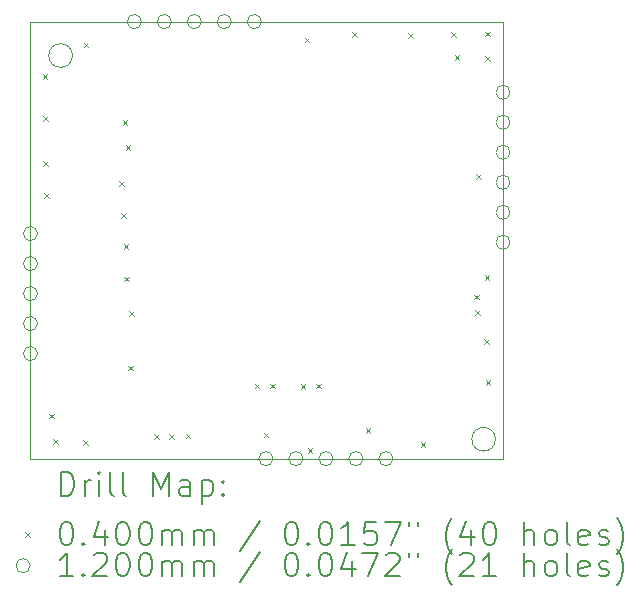
<source format=gbr>
%TF.GenerationSoftware,KiCad,Pcbnew,8.0.0-rc1*%
%TF.CreationDate,2024-10-05T12:40:11+03:00*%
%TF.ProjectId,EC25_module,45433235-5f6d-46f6-9475-6c652e6b6963,rev?*%
%TF.SameCoordinates,Original*%
%TF.FileFunction,Drillmap*%
%TF.FilePolarity,Positive*%
%FSLAX45Y45*%
G04 Gerber Fmt 4.5, Leading zero omitted, Abs format (unit mm)*
G04 Created by KiCad (PCBNEW 8.0.0-rc1) date 2024-10-05 12:40:11*
%MOMM*%
%LPD*%
G01*
G04 APERTURE LIST*
%ADD10C,0.100000*%
%ADD11C,0.050000*%
%ADD12C,0.200000*%
%ADD13C,0.120000*%
G04 APERTURE END LIST*
D10*
X14575000Y-11286000D02*
G75*
G02*
X14375000Y-11286000I-100000J0D01*
G01*
X14375000Y-11286000D02*
G75*
G02*
X14575000Y-11286000I100000J0D01*
G01*
X10993520Y-8037000D02*
G75*
G02*
X10793520Y-8037000I-100000J0D01*
G01*
X10793520Y-8037000D02*
G75*
G02*
X10993520Y-8037000I100000J0D01*
G01*
D11*
X14639000Y-11450000D02*
X10638000Y-11450000D01*
X10638000Y-7750000D02*
X14639000Y-7750000D01*
X14639000Y-7750000D02*
X14639000Y-11450000D01*
X10638000Y-11450000D02*
X10638000Y-7750000D01*
D12*
D10*
X10741000Y-8192000D02*
X10781000Y-8232000D01*
X10781000Y-8192000D02*
X10741000Y-8232000D01*
X10745000Y-8553000D02*
X10785000Y-8593000D01*
X10785000Y-8553000D02*
X10745000Y-8593000D01*
X10745000Y-8930000D02*
X10785000Y-8970000D01*
X10785000Y-8930000D02*
X10745000Y-8970000D01*
X10756000Y-9205000D02*
X10796000Y-9245000D01*
X10796000Y-9205000D02*
X10756000Y-9245000D01*
X10797000Y-11070000D02*
X10837000Y-11110000D01*
X10837000Y-11070000D02*
X10797000Y-11110000D01*
X10831000Y-11284000D02*
X10871000Y-11324000D01*
X10871000Y-11284000D02*
X10831000Y-11324000D01*
X11084000Y-11292000D02*
X11124000Y-11332000D01*
X11124000Y-11292000D02*
X11084000Y-11332000D01*
X11088000Y-7928000D02*
X11128000Y-7968000D01*
X11128000Y-7928000D02*
X11088000Y-7968000D01*
X11389000Y-9099000D02*
X11429000Y-9139000D01*
X11429000Y-9099000D02*
X11389000Y-9139000D01*
X11404000Y-9371000D02*
X11444000Y-9411000D01*
X11444000Y-9371000D02*
X11404000Y-9411000D01*
X11419000Y-8587000D02*
X11459000Y-8627000D01*
X11459000Y-8587000D02*
X11419000Y-8627000D01*
X11427000Y-9634000D02*
X11467000Y-9674000D01*
X11467000Y-9634000D02*
X11427000Y-9674000D01*
X11434000Y-9909000D02*
X11474000Y-9949000D01*
X11474000Y-9909000D02*
X11434000Y-9949000D01*
X11445000Y-8798000D02*
X11485000Y-8838000D01*
X11485000Y-8798000D02*
X11445000Y-8838000D01*
X11464000Y-10663000D02*
X11504000Y-10703000D01*
X11504000Y-10663000D02*
X11464000Y-10703000D01*
X11476000Y-10199000D02*
X11516000Y-10239000D01*
X11516000Y-10199000D02*
X11476000Y-10239000D01*
X11686000Y-11241000D02*
X11726000Y-11281000D01*
X11726000Y-11241000D02*
X11686000Y-11281000D01*
X11813000Y-11241000D02*
X11853000Y-11281000D01*
X11853000Y-11241000D02*
X11813000Y-11281000D01*
X11952000Y-11239000D02*
X11992000Y-11279000D01*
X11992000Y-11239000D02*
X11952000Y-11279000D01*
X12537000Y-10814000D02*
X12577000Y-10854000D01*
X12577000Y-10814000D02*
X12537000Y-10854000D01*
X12612000Y-11230000D02*
X12652000Y-11270000D01*
X12652000Y-11230000D02*
X12612000Y-11270000D01*
X12665000Y-10814000D02*
X12705000Y-10854000D01*
X12705000Y-10814000D02*
X12665000Y-10854000D01*
X12926000Y-10818000D02*
X12966000Y-10858000D01*
X12966000Y-10818000D02*
X12926000Y-10858000D01*
X12960000Y-7886000D02*
X13000000Y-7926000D01*
X13000000Y-7886000D02*
X12960000Y-7926000D01*
X12986000Y-11361000D02*
X13026000Y-11401000D01*
X13026000Y-11361000D02*
X12986000Y-11401000D01*
X13055000Y-10814000D02*
X13095000Y-10854000D01*
X13095000Y-10814000D02*
X13055000Y-10854000D01*
X13363000Y-7838000D02*
X13403000Y-7878000D01*
X13403000Y-7838000D02*
X13363000Y-7878000D01*
X13477000Y-11189000D02*
X13517000Y-11229000D01*
X13517000Y-11189000D02*
X13477000Y-11229000D01*
X13837000Y-7849000D02*
X13877000Y-7889000D01*
X13877000Y-7849000D02*
X13837000Y-7889000D01*
X13943000Y-11311000D02*
X13983000Y-11351000D01*
X13983000Y-11311000D02*
X13943000Y-11351000D01*
X14199000Y-7841000D02*
X14239000Y-7881000D01*
X14239000Y-7841000D02*
X14199000Y-7881000D01*
X14229000Y-8033000D02*
X14269000Y-8073000D01*
X14269000Y-8033000D02*
X14229000Y-8073000D01*
X14392000Y-10062000D02*
X14432000Y-10102000D01*
X14432000Y-10062000D02*
X14392000Y-10102000D01*
X14402000Y-10192000D02*
X14442000Y-10232000D01*
X14442000Y-10192000D02*
X14402000Y-10232000D01*
X14414000Y-9039000D02*
X14454000Y-9079000D01*
X14454000Y-9039000D02*
X14414000Y-9079000D01*
X14478000Y-10437000D02*
X14518000Y-10477000D01*
X14518000Y-10437000D02*
X14478000Y-10477000D01*
X14483500Y-9896000D02*
X14523500Y-9936000D01*
X14523500Y-9896000D02*
X14483500Y-9936000D01*
X14485000Y-7834000D02*
X14525000Y-7874000D01*
X14525000Y-7834000D02*
X14485000Y-7874000D01*
X14489000Y-8041000D02*
X14529000Y-8081000D01*
X14529000Y-8041000D02*
X14489000Y-8081000D01*
X14493000Y-10783000D02*
X14533000Y-10823000D01*
X14533000Y-10783000D02*
X14493000Y-10823000D01*
D13*
X10698000Y-9545000D02*
G75*
G02*
X10578000Y-9545000I-60000J0D01*
G01*
X10578000Y-9545000D02*
G75*
G02*
X10698000Y-9545000I60000J0D01*
G01*
X10698000Y-9799000D02*
G75*
G02*
X10578000Y-9799000I-60000J0D01*
G01*
X10578000Y-9799000D02*
G75*
G02*
X10698000Y-9799000I60000J0D01*
G01*
X10698000Y-10053000D02*
G75*
G02*
X10578000Y-10053000I-60000J0D01*
G01*
X10578000Y-10053000D02*
G75*
G02*
X10698000Y-10053000I60000J0D01*
G01*
X10698000Y-10307000D02*
G75*
G02*
X10578000Y-10307000I-60000J0D01*
G01*
X10578000Y-10307000D02*
G75*
G02*
X10698000Y-10307000I60000J0D01*
G01*
X10698000Y-10561000D02*
G75*
G02*
X10578000Y-10561000I-60000J0D01*
G01*
X10578000Y-10561000D02*
G75*
G02*
X10698000Y-10561000I60000J0D01*
G01*
X11577000Y-7750000D02*
G75*
G02*
X11457000Y-7750000I-60000J0D01*
G01*
X11457000Y-7750000D02*
G75*
G02*
X11577000Y-7750000I60000J0D01*
G01*
X11831000Y-7750000D02*
G75*
G02*
X11711000Y-7750000I-60000J0D01*
G01*
X11711000Y-7750000D02*
G75*
G02*
X11831000Y-7750000I60000J0D01*
G01*
X12085000Y-7750000D02*
G75*
G02*
X11965000Y-7750000I-60000J0D01*
G01*
X11965000Y-7750000D02*
G75*
G02*
X12085000Y-7750000I60000J0D01*
G01*
X12339000Y-7750000D02*
G75*
G02*
X12219000Y-7750000I-60000J0D01*
G01*
X12219000Y-7750000D02*
G75*
G02*
X12339000Y-7750000I60000J0D01*
G01*
X12593000Y-7750000D02*
G75*
G02*
X12473000Y-7750000I-60000J0D01*
G01*
X12473000Y-7750000D02*
G75*
G02*
X12593000Y-7750000I60000J0D01*
G01*
X12692000Y-11450000D02*
G75*
G02*
X12572000Y-11450000I-60000J0D01*
G01*
X12572000Y-11450000D02*
G75*
G02*
X12692000Y-11450000I60000J0D01*
G01*
X12946000Y-11450000D02*
G75*
G02*
X12826000Y-11450000I-60000J0D01*
G01*
X12826000Y-11450000D02*
G75*
G02*
X12946000Y-11450000I60000J0D01*
G01*
X13200000Y-11450000D02*
G75*
G02*
X13080000Y-11450000I-60000J0D01*
G01*
X13080000Y-11450000D02*
G75*
G02*
X13200000Y-11450000I60000J0D01*
G01*
X13454000Y-11450000D02*
G75*
G02*
X13334000Y-11450000I-60000J0D01*
G01*
X13334000Y-11450000D02*
G75*
G02*
X13454000Y-11450000I60000J0D01*
G01*
X13708000Y-11450000D02*
G75*
G02*
X13588000Y-11450000I-60000J0D01*
G01*
X13588000Y-11450000D02*
G75*
G02*
X13708000Y-11450000I60000J0D01*
G01*
X14699000Y-8348000D02*
G75*
G02*
X14579000Y-8348000I-60000J0D01*
G01*
X14579000Y-8348000D02*
G75*
G02*
X14699000Y-8348000I60000J0D01*
G01*
X14699000Y-8602000D02*
G75*
G02*
X14579000Y-8602000I-60000J0D01*
G01*
X14579000Y-8602000D02*
G75*
G02*
X14699000Y-8602000I60000J0D01*
G01*
X14699000Y-8856000D02*
G75*
G02*
X14579000Y-8856000I-60000J0D01*
G01*
X14579000Y-8856000D02*
G75*
G02*
X14699000Y-8856000I60000J0D01*
G01*
X14699000Y-9110000D02*
G75*
G02*
X14579000Y-9110000I-60000J0D01*
G01*
X14579000Y-9110000D02*
G75*
G02*
X14699000Y-9110000I60000J0D01*
G01*
X14699000Y-9364000D02*
G75*
G02*
X14579000Y-9364000I-60000J0D01*
G01*
X14579000Y-9364000D02*
G75*
G02*
X14699000Y-9364000I60000J0D01*
G01*
X14699000Y-9618000D02*
G75*
G02*
X14579000Y-9618000I-60000J0D01*
G01*
X14579000Y-9618000D02*
G75*
G02*
X14699000Y-9618000I60000J0D01*
G01*
D12*
X10896277Y-11763984D02*
X10896277Y-11563984D01*
X10896277Y-11563984D02*
X10943896Y-11563984D01*
X10943896Y-11563984D02*
X10972467Y-11573508D01*
X10972467Y-11573508D02*
X10991515Y-11592555D01*
X10991515Y-11592555D02*
X11001039Y-11611603D01*
X11001039Y-11611603D02*
X11010563Y-11649698D01*
X11010563Y-11649698D02*
X11010563Y-11678269D01*
X11010563Y-11678269D02*
X11001039Y-11716365D01*
X11001039Y-11716365D02*
X10991515Y-11735412D01*
X10991515Y-11735412D02*
X10972467Y-11754460D01*
X10972467Y-11754460D02*
X10943896Y-11763984D01*
X10943896Y-11763984D02*
X10896277Y-11763984D01*
X11096277Y-11763984D02*
X11096277Y-11630650D01*
X11096277Y-11668746D02*
X11105801Y-11649698D01*
X11105801Y-11649698D02*
X11115324Y-11640174D01*
X11115324Y-11640174D02*
X11134372Y-11630650D01*
X11134372Y-11630650D02*
X11153420Y-11630650D01*
X11220086Y-11763984D02*
X11220086Y-11630650D01*
X11220086Y-11563984D02*
X11210562Y-11573508D01*
X11210562Y-11573508D02*
X11220086Y-11583031D01*
X11220086Y-11583031D02*
X11229610Y-11573508D01*
X11229610Y-11573508D02*
X11220086Y-11563984D01*
X11220086Y-11563984D02*
X11220086Y-11583031D01*
X11343896Y-11763984D02*
X11324848Y-11754460D01*
X11324848Y-11754460D02*
X11315324Y-11735412D01*
X11315324Y-11735412D02*
X11315324Y-11563984D01*
X11448658Y-11763984D02*
X11429610Y-11754460D01*
X11429610Y-11754460D02*
X11420086Y-11735412D01*
X11420086Y-11735412D02*
X11420086Y-11563984D01*
X11677229Y-11763984D02*
X11677229Y-11563984D01*
X11677229Y-11563984D02*
X11743896Y-11706841D01*
X11743896Y-11706841D02*
X11810562Y-11563984D01*
X11810562Y-11563984D02*
X11810562Y-11763984D01*
X11991515Y-11763984D02*
X11991515Y-11659222D01*
X11991515Y-11659222D02*
X11981991Y-11640174D01*
X11981991Y-11640174D02*
X11962943Y-11630650D01*
X11962943Y-11630650D02*
X11924848Y-11630650D01*
X11924848Y-11630650D02*
X11905801Y-11640174D01*
X11991515Y-11754460D02*
X11972467Y-11763984D01*
X11972467Y-11763984D02*
X11924848Y-11763984D01*
X11924848Y-11763984D02*
X11905801Y-11754460D01*
X11905801Y-11754460D02*
X11896277Y-11735412D01*
X11896277Y-11735412D02*
X11896277Y-11716365D01*
X11896277Y-11716365D02*
X11905801Y-11697317D01*
X11905801Y-11697317D02*
X11924848Y-11687793D01*
X11924848Y-11687793D02*
X11972467Y-11687793D01*
X11972467Y-11687793D02*
X11991515Y-11678269D01*
X12086753Y-11630650D02*
X12086753Y-11830650D01*
X12086753Y-11640174D02*
X12105801Y-11630650D01*
X12105801Y-11630650D02*
X12143896Y-11630650D01*
X12143896Y-11630650D02*
X12162943Y-11640174D01*
X12162943Y-11640174D02*
X12172467Y-11649698D01*
X12172467Y-11649698D02*
X12181991Y-11668746D01*
X12181991Y-11668746D02*
X12181991Y-11725888D01*
X12181991Y-11725888D02*
X12172467Y-11744936D01*
X12172467Y-11744936D02*
X12162943Y-11754460D01*
X12162943Y-11754460D02*
X12143896Y-11763984D01*
X12143896Y-11763984D02*
X12105801Y-11763984D01*
X12105801Y-11763984D02*
X12086753Y-11754460D01*
X12267705Y-11744936D02*
X12277229Y-11754460D01*
X12277229Y-11754460D02*
X12267705Y-11763984D01*
X12267705Y-11763984D02*
X12258182Y-11754460D01*
X12258182Y-11754460D02*
X12267705Y-11744936D01*
X12267705Y-11744936D02*
X12267705Y-11763984D01*
X12267705Y-11640174D02*
X12277229Y-11649698D01*
X12277229Y-11649698D02*
X12267705Y-11659222D01*
X12267705Y-11659222D02*
X12258182Y-11649698D01*
X12258182Y-11649698D02*
X12267705Y-11640174D01*
X12267705Y-11640174D02*
X12267705Y-11659222D01*
D10*
X10595500Y-12072500D02*
X10635500Y-12112500D01*
X10635500Y-12072500D02*
X10595500Y-12112500D01*
D12*
X10934372Y-11983984D02*
X10953420Y-11983984D01*
X10953420Y-11983984D02*
X10972467Y-11993508D01*
X10972467Y-11993508D02*
X10981991Y-12003031D01*
X10981991Y-12003031D02*
X10991515Y-12022079D01*
X10991515Y-12022079D02*
X11001039Y-12060174D01*
X11001039Y-12060174D02*
X11001039Y-12107793D01*
X11001039Y-12107793D02*
X10991515Y-12145888D01*
X10991515Y-12145888D02*
X10981991Y-12164936D01*
X10981991Y-12164936D02*
X10972467Y-12174460D01*
X10972467Y-12174460D02*
X10953420Y-12183984D01*
X10953420Y-12183984D02*
X10934372Y-12183984D01*
X10934372Y-12183984D02*
X10915324Y-12174460D01*
X10915324Y-12174460D02*
X10905801Y-12164936D01*
X10905801Y-12164936D02*
X10896277Y-12145888D01*
X10896277Y-12145888D02*
X10886753Y-12107793D01*
X10886753Y-12107793D02*
X10886753Y-12060174D01*
X10886753Y-12060174D02*
X10896277Y-12022079D01*
X10896277Y-12022079D02*
X10905801Y-12003031D01*
X10905801Y-12003031D02*
X10915324Y-11993508D01*
X10915324Y-11993508D02*
X10934372Y-11983984D01*
X11086753Y-12164936D02*
X11096277Y-12174460D01*
X11096277Y-12174460D02*
X11086753Y-12183984D01*
X11086753Y-12183984D02*
X11077229Y-12174460D01*
X11077229Y-12174460D02*
X11086753Y-12164936D01*
X11086753Y-12164936D02*
X11086753Y-12183984D01*
X11267705Y-12050650D02*
X11267705Y-12183984D01*
X11220086Y-11974460D02*
X11172467Y-12117317D01*
X11172467Y-12117317D02*
X11296277Y-12117317D01*
X11410562Y-11983984D02*
X11429610Y-11983984D01*
X11429610Y-11983984D02*
X11448658Y-11993508D01*
X11448658Y-11993508D02*
X11458182Y-12003031D01*
X11458182Y-12003031D02*
X11467705Y-12022079D01*
X11467705Y-12022079D02*
X11477229Y-12060174D01*
X11477229Y-12060174D02*
X11477229Y-12107793D01*
X11477229Y-12107793D02*
X11467705Y-12145888D01*
X11467705Y-12145888D02*
X11458182Y-12164936D01*
X11458182Y-12164936D02*
X11448658Y-12174460D01*
X11448658Y-12174460D02*
X11429610Y-12183984D01*
X11429610Y-12183984D02*
X11410562Y-12183984D01*
X11410562Y-12183984D02*
X11391515Y-12174460D01*
X11391515Y-12174460D02*
X11381991Y-12164936D01*
X11381991Y-12164936D02*
X11372467Y-12145888D01*
X11372467Y-12145888D02*
X11362943Y-12107793D01*
X11362943Y-12107793D02*
X11362943Y-12060174D01*
X11362943Y-12060174D02*
X11372467Y-12022079D01*
X11372467Y-12022079D02*
X11381991Y-12003031D01*
X11381991Y-12003031D02*
X11391515Y-11993508D01*
X11391515Y-11993508D02*
X11410562Y-11983984D01*
X11601039Y-11983984D02*
X11620086Y-11983984D01*
X11620086Y-11983984D02*
X11639134Y-11993508D01*
X11639134Y-11993508D02*
X11648658Y-12003031D01*
X11648658Y-12003031D02*
X11658182Y-12022079D01*
X11658182Y-12022079D02*
X11667705Y-12060174D01*
X11667705Y-12060174D02*
X11667705Y-12107793D01*
X11667705Y-12107793D02*
X11658182Y-12145888D01*
X11658182Y-12145888D02*
X11648658Y-12164936D01*
X11648658Y-12164936D02*
X11639134Y-12174460D01*
X11639134Y-12174460D02*
X11620086Y-12183984D01*
X11620086Y-12183984D02*
X11601039Y-12183984D01*
X11601039Y-12183984D02*
X11581991Y-12174460D01*
X11581991Y-12174460D02*
X11572467Y-12164936D01*
X11572467Y-12164936D02*
X11562943Y-12145888D01*
X11562943Y-12145888D02*
X11553420Y-12107793D01*
X11553420Y-12107793D02*
X11553420Y-12060174D01*
X11553420Y-12060174D02*
X11562943Y-12022079D01*
X11562943Y-12022079D02*
X11572467Y-12003031D01*
X11572467Y-12003031D02*
X11581991Y-11993508D01*
X11581991Y-11993508D02*
X11601039Y-11983984D01*
X11753420Y-12183984D02*
X11753420Y-12050650D01*
X11753420Y-12069698D02*
X11762943Y-12060174D01*
X11762943Y-12060174D02*
X11781991Y-12050650D01*
X11781991Y-12050650D02*
X11810563Y-12050650D01*
X11810563Y-12050650D02*
X11829610Y-12060174D01*
X11829610Y-12060174D02*
X11839134Y-12079222D01*
X11839134Y-12079222D02*
X11839134Y-12183984D01*
X11839134Y-12079222D02*
X11848658Y-12060174D01*
X11848658Y-12060174D02*
X11867705Y-12050650D01*
X11867705Y-12050650D02*
X11896277Y-12050650D01*
X11896277Y-12050650D02*
X11915324Y-12060174D01*
X11915324Y-12060174D02*
X11924848Y-12079222D01*
X11924848Y-12079222D02*
X11924848Y-12183984D01*
X12020086Y-12183984D02*
X12020086Y-12050650D01*
X12020086Y-12069698D02*
X12029610Y-12060174D01*
X12029610Y-12060174D02*
X12048658Y-12050650D01*
X12048658Y-12050650D02*
X12077229Y-12050650D01*
X12077229Y-12050650D02*
X12096277Y-12060174D01*
X12096277Y-12060174D02*
X12105801Y-12079222D01*
X12105801Y-12079222D02*
X12105801Y-12183984D01*
X12105801Y-12079222D02*
X12115324Y-12060174D01*
X12115324Y-12060174D02*
X12134372Y-12050650D01*
X12134372Y-12050650D02*
X12162943Y-12050650D01*
X12162943Y-12050650D02*
X12181991Y-12060174D01*
X12181991Y-12060174D02*
X12191515Y-12079222D01*
X12191515Y-12079222D02*
X12191515Y-12183984D01*
X12581991Y-11974460D02*
X12410563Y-12231603D01*
X12839134Y-11983984D02*
X12858182Y-11983984D01*
X12858182Y-11983984D02*
X12877229Y-11993508D01*
X12877229Y-11993508D02*
X12886753Y-12003031D01*
X12886753Y-12003031D02*
X12896277Y-12022079D01*
X12896277Y-12022079D02*
X12905801Y-12060174D01*
X12905801Y-12060174D02*
X12905801Y-12107793D01*
X12905801Y-12107793D02*
X12896277Y-12145888D01*
X12896277Y-12145888D02*
X12886753Y-12164936D01*
X12886753Y-12164936D02*
X12877229Y-12174460D01*
X12877229Y-12174460D02*
X12858182Y-12183984D01*
X12858182Y-12183984D02*
X12839134Y-12183984D01*
X12839134Y-12183984D02*
X12820086Y-12174460D01*
X12820086Y-12174460D02*
X12810563Y-12164936D01*
X12810563Y-12164936D02*
X12801039Y-12145888D01*
X12801039Y-12145888D02*
X12791515Y-12107793D01*
X12791515Y-12107793D02*
X12791515Y-12060174D01*
X12791515Y-12060174D02*
X12801039Y-12022079D01*
X12801039Y-12022079D02*
X12810563Y-12003031D01*
X12810563Y-12003031D02*
X12820086Y-11993508D01*
X12820086Y-11993508D02*
X12839134Y-11983984D01*
X12991515Y-12164936D02*
X13001039Y-12174460D01*
X13001039Y-12174460D02*
X12991515Y-12183984D01*
X12991515Y-12183984D02*
X12981991Y-12174460D01*
X12981991Y-12174460D02*
X12991515Y-12164936D01*
X12991515Y-12164936D02*
X12991515Y-12183984D01*
X13124848Y-11983984D02*
X13143896Y-11983984D01*
X13143896Y-11983984D02*
X13162944Y-11993508D01*
X13162944Y-11993508D02*
X13172467Y-12003031D01*
X13172467Y-12003031D02*
X13181991Y-12022079D01*
X13181991Y-12022079D02*
X13191515Y-12060174D01*
X13191515Y-12060174D02*
X13191515Y-12107793D01*
X13191515Y-12107793D02*
X13181991Y-12145888D01*
X13181991Y-12145888D02*
X13172467Y-12164936D01*
X13172467Y-12164936D02*
X13162944Y-12174460D01*
X13162944Y-12174460D02*
X13143896Y-12183984D01*
X13143896Y-12183984D02*
X13124848Y-12183984D01*
X13124848Y-12183984D02*
X13105801Y-12174460D01*
X13105801Y-12174460D02*
X13096277Y-12164936D01*
X13096277Y-12164936D02*
X13086753Y-12145888D01*
X13086753Y-12145888D02*
X13077229Y-12107793D01*
X13077229Y-12107793D02*
X13077229Y-12060174D01*
X13077229Y-12060174D02*
X13086753Y-12022079D01*
X13086753Y-12022079D02*
X13096277Y-12003031D01*
X13096277Y-12003031D02*
X13105801Y-11993508D01*
X13105801Y-11993508D02*
X13124848Y-11983984D01*
X13381991Y-12183984D02*
X13267706Y-12183984D01*
X13324848Y-12183984D02*
X13324848Y-11983984D01*
X13324848Y-11983984D02*
X13305801Y-12012555D01*
X13305801Y-12012555D02*
X13286753Y-12031603D01*
X13286753Y-12031603D02*
X13267706Y-12041127D01*
X13562944Y-11983984D02*
X13467706Y-11983984D01*
X13467706Y-11983984D02*
X13458182Y-12079222D01*
X13458182Y-12079222D02*
X13467706Y-12069698D01*
X13467706Y-12069698D02*
X13486753Y-12060174D01*
X13486753Y-12060174D02*
X13534372Y-12060174D01*
X13534372Y-12060174D02*
X13553420Y-12069698D01*
X13553420Y-12069698D02*
X13562944Y-12079222D01*
X13562944Y-12079222D02*
X13572467Y-12098269D01*
X13572467Y-12098269D02*
X13572467Y-12145888D01*
X13572467Y-12145888D02*
X13562944Y-12164936D01*
X13562944Y-12164936D02*
X13553420Y-12174460D01*
X13553420Y-12174460D02*
X13534372Y-12183984D01*
X13534372Y-12183984D02*
X13486753Y-12183984D01*
X13486753Y-12183984D02*
X13467706Y-12174460D01*
X13467706Y-12174460D02*
X13458182Y-12164936D01*
X13639134Y-11983984D02*
X13772467Y-11983984D01*
X13772467Y-11983984D02*
X13686753Y-12183984D01*
X13839134Y-11983984D02*
X13839134Y-12022079D01*
X13915325Y-11983984D02*
X13915325Y-12022079D01*
X14210563Y-12260174D02*
X14201039Y-12250650D01*
X14201039Y-12250650D02*
X14181991Y-12222079D01*
X14181991Y-12222079D02*
X14172468Y-12203031D01*
X14172468Y-12203031D02*
X14162944Y-12174460D01*
X14162944Y-12174460D02*
X14153420Y-12126841D01*
X14153420Y-12126841D02*
X14153420Y-12088746D01*
X14153420Y-12088746D02*
X14162944Y-12041127D01*
X14162944Y-12041127D02*
X14172468Y-12012555D01*
X14172468Y-12012555D02*
X14181991Y-11993508D01*
X14181991Y-11993508D02*
X14201039Y-11964936D01*
X14201039Y-11964936D02*
X14210563Y-11955412D01*
X14372468Y-12050650D02*
X14372468Y-12183984D01*
X14324848Y-11974460D02*
X14277229Y-12117317D01*
X14277229Y-12117317D02*
X14401039Y-12117317D01*
X14515325Y-11983984D02*
X14534372Y-11983984D01*
X14534372Y-11983984D02*
X14553420Y-11993508D01*
X14553420Y-11993508D02*
X14562944Y-12003031D01*
X14562944Y-12003031D02*
X14572468Y-12022079D01*
X14572468Y-12022079D02*
X14581991Y-12060174D01*
X14581991Y-12060174D02*
X14581991Y-12107793D01*
X14581991Y-12107793D02*
X14572468Y-12145888D01*
X14572468Y-12145888D02*
X14562944Y-12164936D01*
X14562944Y-12164936D02*
X14553420Y-12174460D01*
X14553420Y-12174460D02*
X14534372Y-12183984D01*
X14534372Y-12183984D02*
X14515325Y-12183984D01*
X14515325Y-12183984D02*
X14496277Y-12174460D01*
X14496277Y-12174460D02*
X14486753Y-12164936D01*
X14486753Y-12164936D02*
X14477229Y-12145888D01*
X14477229Y-12145888D02*
X14467706Y-12107793D01*
X14467706Y-12107793D02*
X14467706Y-12060174D01*
X14467706Y-12060174D02*
X14477229Y-12022079D01*
X14477229Y-12022079D02*
X14486753Y-12003031D01*
X14486753Y-12003031D02*
X14496277Y-11993508D01*
X14496277Y-11993508D02*
X14515325Y-11983984D01*
X14820087Y-12183984D02*
X14820087Y-11983984D01*
X14905801Y-12183984D02*
X14905801Y-12079222D01*
X14905801Y-12079222D02*
X14896277Y-12060174D01*
X14896277Y-12060174D02*
X14877230Y-12050650D01*
X14877230Y-12050650D02*
X14848658Y-12050650D01*
X14848658Y-12050650D02*
X14829610Y-12060174D01*
X14829610Y-12060174D02*
X14820087Y-12069698D01*
X15029610Y-12183984D02*
X15010563Y-12174460D01*
X15010563Y-12174460D02*
X15001039Y-12164936D01*
X15001039Y-12164936D02*
X14991515Y-12145888D01*
X14991515Y-12145888D02*
X14991515Y-12088746D01*
X14991515Y-12088746D02*
X15001039Y-12069698D01*
X15001039Y-12069698D02*
X15010563Y-12060174D01*
X15010563Y-12060174D02*
X15029610Y-12050650D01*
X15029610Y-12050650D02*
X15058182Y-12050650D01*
X15058182Y-12050650D02*
X15077230Y-12060174D01*
X15077230Y-12060174D02*
X15086753Y-12069698D01*
X15086753Y-12069698D02*
X15096277Y-12088746D01*
X15096277Y-12088746D02*
X15096277Y-12145888D01*
X15096277Y-12145888D02*
X15086753Y-12164936D01*
X15086753Y-12164936D02*
X15077230Y-12174460D01*
X15077230Y-12174460D02*
X15058182Y-12183984D01*
X15058182Y-12183984D02*
X15029610Y-12183984D01*
X15210563Y-12183984D02*
X15191515Y-12174460D01*
X15191515Y-12174460D02*
X15181991Y-12155412D01*
X15181991Y-12155412D02*
X15181991Y-11983984D01*
X15362944Y-12174460D02*
X15343896Y-12183984D01*
X15343896Y-12183984D02*
X15305801Y-12183984D01*
X15305801Y-12183984D02*
X15286753Y-12174460D01*
X15286753Y-12174460D02*
X15277230Y-12155412D01*
X15277230Y-12155412D02*
X15277230Y-12079222D01*
X15277230Y-12079222D02*
X15286753Y-12060174D01*
X15286753Y-12060174D02*
X15305801Y-12050650D01*
X15305801Y-12050650D02*
X15343896Y-12050650D01*
X15343896Y-12050650D02*
X15362944Y-12060174D01*
X15362944Y-12060174D02*
X15372468Y-12079222D01*
X15372468Y-12079222D02*
X15372468Y-12098269D01*
X15372468Y-12098269D02*
X15277230Y-12117317D01*
X15448658Y-12174460D02*
X15467706Y-12183984D01*
X15467706Y-12183984D02*
X15505801Y-12183984D01*
X15505801Y-12183984D02*
X15524849Y-12174460D01*
X15524849Y-12174460D02*
X15534372Y-12155412D01*
X15534372Y-12155412D02*
X15534372Y-12145888D01*
X15534372Y-12145888D02*
X15524849Y-12126841D01*
X15524849Y-12126841D02*
X15505801Y-12117317D01*
X15505801Y-12117317D02*
X15477230Y-12117317D01*
X15477230Y-12117317D02*
X15458182Y-12107793D01*
X15458182Y-12107793D02*
X15448658Y-12088746D01*
X15448658Y-12088746D02*
X15448658Y-12079222D01*
X15448658Y-12079222D02*
X15458182Y-12060174D01*
X15458182Y-12060174D02*
X15477230Y-12050650D01*
X15477230Y-12050650D02*
X15505801Y-12050650D01*
X15505801Y-12050650D02*
X15524849Y-12060174D01*
X15601039Y-12260174D02*
X15610563Y-12250650D01*
X15610563Y-12250650D02*
X15629611Y-12222079D01*
X15629611Y-12222079D02*
X15639134Y-12203031D01*
X15639134Y-12203031D02*
X15648658Y-12174460D01*
X15648658Y-12174460D02*
X15658182Y-12126841D01*
X15658182Y-12126841D02*
X15658182Y-12088746D01*
X15658182Y-12088746D02*
X15648658Y-12041127D01*
X15648658Y-12041127D02*
X15639134Y-12012555D01*
X15639134Y-12012555D02*
X15629611Y-11993508D01*
X15629611Y-11993508D02*
X15610563Y-11964936D01*
X15610563Y-11964936D02*
X15601039Y-11955412D01*
D13*
X10635500Y-12356500D02*
G75*
G02*
X10515500Y-12356500I-60000J0D01*
G01*
X10515500Y-12356500D02*
G75*
G02*
X10635500Y-12356500I60000J0D01*
G01*
D12*
X11001039Y-12447984D02*
X10886753Y-12447984D01*
X10943896Y-12447984D02*
X10943896Y-12247984D01*
X10943896Y-12247984D02*
X10924848Y-12276555D01*
X10924848Y-12276555D02*
X10905801Y-12295603D01*
X10905801Y-12295603D02*
X10886753Y-12305127D01*
X11086753Y-12428936D02*
X11096277Y-12438460D01*
X11096277Y-12438460D02*
X11086753Y-12447984D01*
X11086753Y-12447984D02*
X11077229Y-12438460D01*
X11077229Y-12438460D02*
X11086753Y-12428936D01*
X11086753Y-12428936D02*
X11086753Y-12447984D01*
X11172467Y-12267031D02*
X11181991Y-12257508D01*
X11181991Y-12257508D02*
X11201039Y-12247984D01*
X11201039Y-12247984D02*
X11248658Y-12247984D01*
X11248658Y-12247984D02*
X11267705Y-12257508D01*
X11267705Y-12257508D02*
X11277229Y-12267031D01*
X11277229Y-12267031D02*
X11286753Y-12286079D01*
X11286753Y-12286079D02*
X11286753Y-12305127D01*
X11286753Y-12305127D02*
X11277229Y-12333698D01*
X11277229Y-12333698D02*
X11162944Y-12447984D01*
X11162944Y-12447984D02*
X11286753Y-12447984D01*
X11410562Y-12247984D02*
X11429610Y-12247984D01*
X11429610Y-12247984D02*
X11448658Y-12257508D01*
X11448658Y-12257508D02*
X11458182Y-12267031D01*
X11458182Y-12267031D02*
X11467705Y-12286079D01*
X11467705Y-12286079D02*
X11477229Y-12324174D01*
X11477229Y-12324174D02*
X11477229Y-12371793D01*
X11477229Y-12371793D02*
X11467705Y-12409888D01*
X11467705Y-12409888D02*
X11458182Y-12428936D01*
X11458182Y-12428936D02*
X11448658Y-12438460D01*
X11448658Y-12438460D02*
X11429610Y-12447984D01*
X11429610Y-12447984D02*
X11410562Y-12447984D01*
X11410562Y-12447984D02*
X11391515Y-12438460D01*
X11391515Y-12438460D02*
X11381991Y-12428936D01*
X11381991Y-12428936D02*
X11372467Y-12409888D01*
X11372467Y-12409888D02*
X11362943Y-12371793D01*
X11362943Y-12371793D02*
X11362943Y-12324174D01*
X11362943Y-12324174D02*
X11372467Y-12286079D01*
X11372467Y-12286079D02*
X11381991Y-12267031D01*
X11381991Y-12267031D02*
X11391515Y-12257508D01*
X11391515Y-12257508D02*
X11410562Y-12247984D01*
X11601039Y-12247984D02*
X11620086Y-12247984D01*
X11620086Y-12247984D02*
X11639134Y-12257508D01*
X11639134Y-12257508D02*
X11648658Y-12267031D01*
X11648658Y-12267031D02*
X11658182Y-12286079D01*
X11658182Y-12286079D02*
X11667705Y-12324174D01*
X11667705Y-12324174D02*
X11667705Y-12371793D01*
X11667705Y-12371793D02*
X11658182Y-12409888D01*
X11658182Y-12409888D02*
X11648658Y-12428936D01*
X11648658Y-12428936D02*
X11639134Y-12438460D01*
X11639134Y-12438460D02*
X11620086Y-12447984D01*
X11620086Y-12447984D02*
X11601039Y-12447984D01*
X11601039Y-12447984D02*
X11581991Y-12438460D01*
X11581991Y-12438460D02*
X11572467Y-12428936D01*
X11572467Y-12428936D02*
X11562943Y-12409888D01*
X11562943Y-12409888D02*
X11553420Y-12371793D01*
X11553420Y-12371793D02*
X11553420Y-12324174D01*
X11553420Y-12324174D02*
X11562943Y-12286079D01*
X11562943Y-12286079D02*
X11572467Y-12267031D01*
X11572467Y-12267031D02*
X11581991Y-12257508D01*
X11581991Y-12257508D02*
X11601039Y-12247984D01*
X11753420Y-12447984D02*
X11753420Y-12314650D01*
X11753420Y-12333698D02*
X11762943Y-12324174D01*
X11762943Y-12324174D02*
X11781991Y-12314650D01*
X11781991Y-12314650D02*
X11810563Y-12314650D01*
X11810563Y-12314650D02*
X11829610Y-12324174D01*
X11829610Y-12324174D02*
X11839134Y-12343222D01*
X11839134Y-12343222D02*
X11839134Y-12447984D01*
X11839134Y-12343222D02*
X11848658Y-12324174D01*
X11848658Y-12324174D02*
X11867705Y-12314650D01*
X11867705Y-12314650D02*
X11896277Y-12314650D01*
X11896277Y-12314650D02*
X11915324Y-12324174D01*
X11915324Y-12324174D02*
X11924848Y-12343222D01*
X11924848Y-12343222D02*
X11924848Y-12447984D01*
X12020086Y-12447984D02*
X12020086Y-12314650D01*
X12020086Y-12333698D02*
X12029610Y-12324174D01*
X12029610Y-12324174D02*
X12048658Y-12314650D01*
X12048658Y-12314650D02*
X12077229Y-12314650D01*
X12077229Y-12314650D02*
X12096277Y-12324174D01*
X12096277Y-12324174D02*
X12105801Y-12343222D01*
X12105801Y-12343222D02*
X12105801Y-12447984D01*
X12105801Y-12343222D02*
X12115324Y-12324174D01*
X12115324Y-12324174D02*
X12134372Y-12314650D01*
X12134372Y-12314650D02*
X12162943Y-12314650D01*
X12162943Y-12314650D02*
X12181991Y-12324174D01*
X12181991Y-12324174D02*
X12191515Y-12343222D01*
X12191515Y-12343222D02*
X12191515Y-12447984D01*
X12581991Y-12238460D02*
X12410563Y-12495603D01*
X12839134Y-12247984D02*
X12858182Y-12247984D01*
X12858182Y-12247984D02*
X12877229Y-12257508D01*
X12877229Y-12257508D02*
X12886753Y-12267031D01*
X12886753Y-12267031D02*
X12896277Y-12286079D01*
X12896277Y-12286079D02*
X12905801Y-12324174D01*
X12905801Y-12324174D02*
X12905801Y-12371793D01*
X12905801Y-12371793D02*
X12896277Y-12409888D01*
X12896277Y-12409888D02*
X12886753Y-12428936D01*
X12886753Y-12428936D02*
X12877229Y-12438460D01*
X12877229Y-12438460D02*
X12858182Y-12447984D01*
X12858182Y-12447984D02*
X12839134Y-12447984D01*
X12839134Y-12447984D02*
X12820086Y-12438460D01*
X12820086Y-12438460D02*
X12810563Y-12428936D01*
X12810563Y-12428936D02*
X12801039Y-12409888D01*
X12801039Y-12409888D02*
X12791515Y-12371793D01*
X12791515Y-12371793D02*
X12791515Y-12324174D01*
X12791515Y-12324174D02*
X12801039Y-12286079D01*
X12801039Y-12286079D02*
X12810563Y-12267031D01*
X12810563Y-12267031D02*
X12820086Y-12257508D01*
X12820086Y-12257508D02*
X12839134Y-12247984D01*
X12991515Y-12428936D02*
X13001039Y-12438460D01*
X13001039Y-12438460D02*
X12991515Y-12447984D01*
X12991515Y-12447984D02*
X12981991Y-12438460D01*
X12981991Y-12438460D02*
X12991515Y-12428936D01*
X12991515Y-12428936D02*
X12991515Y-12447984D01*
X13124848Y-12247984D02*
X13143896Y-12247984D01*
X13143896Y-12247984D02*
X13162944Y-12257508D01*
X13162944Y-12257508D02*
X13172467Y-12267031D01*
X13172467Y-12267031D02*
X13181991Y-12286079D01*
X13181991Y-12286079D02*
X13191515Y-12324174D01*
X13191515Y-12324174D02*
X13191515Y-12371793D01*
X13191515Y-12371793D02*
X13181991Y-12409888D01*
X13181991Y-12409888D02*
X13172467Y-12428936D01*
X13172467Y-12428936D02*
X13162944Y-12438460D01*
X13162944Y-12438460D02*
X13143896Y-12447984D01*
X13143896Y-12447984D02*
X13124848Y-12447984D01*
X13124848Y-12447984D02*
X13105801Y-12438460D01*
X13105801Y-12438460D02*
X13096277Y-12428936D01*
X13096277Y-12428936D02*
X13086753Y-12409888D01*
X13086753Y-12409888D02*
X13077229Y-12371793D01*
X13077229Y-12371793D02*
X13077229Y-12324174D01*
X13077229Y-12324174D02*
X13086753Y-12286079D01*
X13086753Y-12286079D02*
X13096277Y-12267031D01*
X13096277Y-12267031D02*
X13105801Y-12257508D01*
X13105801Y-12257508D02*
X13124848Y-12247984D01*
X13362944Y-12314650D02*
X13362944Y-12447984D01*
X13315325Y-12238460D02*
X13267706Y-12381317D01*
X13267706Y-12381317D02*
X13391515Y-12381317D01*
X13448658Y-12247984D02*
X13581991Y-12247984D01*
X13581991Y-12247984D02*
X13496277Y-12447984D01*
X13648658Y-12267031D02*
X13658182Y-12257508D01*
X13658182Y-12257508D02*
X13677229Y-12247984D01*
X13677229Y-12247984D02*
X13724848Y-12247984D01*
X13724848Y-12247984D02*
X13743896Y-12257508D01*
X13743896Y-12257508D02*
X13753420Y-12267031D01*
X13753420Y-12267031D02*
X13762944Y-12286079D01*
X13762944Y-12286079D02*
X13762944Y-12305127D01*
X13762944Y-12305127D02*
X13753420Y-12333698D01*
X13753420Y-12333698D02*
X13639134Y-12447984D01*
X13639134Y-12447984D02*
X13762944Y-12447984D01*
X13839134Y-12247984D02*
X13839134Y-12286079D01*
X13915325Y-12247984D02*
X13915325Y-12286079D01*
X14210563Y-12524174D02*
X14201039Y-12514650D01*
X14201039Y-12514650D02*
X14181991Y-12486079D01*
X14181991Y-12486079D02*
X14172468Y-12467031D01*
X14172468Y-12467031D02*
X14162944Y-12438460D01*
X14162944Y-12438460D02*
X14153420Y-12390841D01*
X14153420Y-12390841D02*
X14153420Y-12352746D01*
X14153420Y-12352746D02*
X14162944Y-12305127D01*
X14162944Y-12305127D02*
X14172468Y-12276555D01*
X14172468Y-12276555D02*
X14181991Y-12257508D01*
X14181991Y-12257508D02*
X14201039Y-12228936D01*
X14201039Y-12228936D02*
X14210563Y-12219412D01*
X14277229Y-12267031D02*
X14286753Y-12257508D01*
X14286753Y-12257508D02*
X14305801Y-12247984D01*
X14305801Y-12247984D02*
X14353420Y-12247984D01*
X14353420Y-12247984D02*
X14372468Y-12257508D01*
X14372468Y-12257508D02*
X14381991Y-12267031D01*
X14381991Y-12267031D02*
X14391515Y-12286079D01*
X14391515Y-12286079D02*
X14391515Y-12305127D01*
X14391515Y-12305127D02*
X14381991Y-12333698D01*
X14381991Y-12333698D02*
X14267706Y-12447984D01*
X14267706Y-12447984D02*
X14391515Y-12447984D01*
X14581991Y-12447984D02*
X14467706Y-12447984D01*
X14524848Y-12447984D02*
X14524848Y-12247984D01*
X14524848Y-12247984D02*
X14505801Y-12276555D01*
X14505801Y-12276555D02*
X14486753Y-12295603D01*
X14486753Y-12295603D02*
X14467706Y-12305127D01*
X14820087Y-12447984D02*
X14820087Y-12247984D01*
X14905801Y-12447984D02*
X14905801Y-12343222D01*
X14905801Y-12343222D02*
X14896277Y-12324174D01*
X14896277Y-12324174D02*
X14877230Y-12314650D01*
X14877230Y-12314650D02*
X14848658Y-12314650D01*
X14848658Y-12314650D02*
X14829610Y-12324174D01*
X14829610Y-12324174D02*
X14820087Y-12333698D01*
X15029610Y-12447984D02*
X15010563Y-12438460D01*
X15010563Y-12438460D02*
X15001039Y-12428936D01*
X15001039Y-12428936D02*
X14991515Y-12409888D01*
X14991515Y-12409888D02*
X14991515Y-12352746D01*
X14991515Y-12352746D02*
X15001039Y-12333698D01*
X15001039Y-12333698D02*
X15010563Y-12324174D01*
X15010563Y-12324174D02*
X15029610Y-12314650D01*
X15029610Y-12314650D02*
X15058182Y-12314650D01*
X15058182Y-12314650D02*
X15077230Y-12324174D01*
X15077230Y-12324174D02*
X15086753Y-12333698D01*
X15086753Y-12333698D02*
X15096277Y-12352746D01*
X15096277Y-12352746D02*
X15096277Y-12409888D01*
X15096277Y-12409888D02*
X15086753Y-12428936D01*
X15086753Y-12428936D02*
X15077230Y-12438460D01*
X15077230Y-12438460D02*
X15058182Y-12447984D01*
X15058182Y-12447984D02*
X15029610Y-12447984D01*
X15210563Y-12447984D02*
X15191515Y-12438460D01*
X15191515Y-12438460D02*
X15181991Y-12419412D01*
X15181991Y-12419412D02*
X15181991Y-12247984D01*
X15362944Y-12438460D02*
X15343896Y-12447984D01*
X15343896Y-12447984D02*
X15305801Y-12447984D01*
X15305801Y-12447984D02*
X15286753Y-12438460D01*
X15286753Y-12438460D02*
X15277230Y-12419412D01*
X15277230Y-12419412D02*
X15277230Y-12343222D01*
X15277230Y-12343222D02*
X15286753Y-12324174D01*
X15286753Y-12324174D02*
X15305801Y-12314650D01*
X15305801Y-12314650D02*
X15343896Y-12314650D01*
X15343896Y-12314650D02*
X15362944Y-12324174D01*
X15362944Y-12324174D02*
X15372468Y-12343222D01*
X15372468Y-12343222D02*
X15372468Y-12362269D01*
X15372468Y-12362269D02*
X15277230Y-12381317D01*
X15448658Y-12438460D02*
X15467706Y-12447984D01*
X15467706Y-12447984D02*
X15505801Y-12447984D01*
X15505801Y-12447984D02*
X15524849Y-12438460D01*
X15524849Y-12438460D02*
X15534372Y-12419412D01*
X15534372Y-12419412D02*
X15534372Y-12409888D01*
X15534372Y-12409888D02*
X15524849Y-12390841D01*
X15524849Y-12390841D02*
X15505801Y-12381317D01*
X15505801Y-12381317D02*
X15477230Y-12381317D01*
X15477230Y-12381317D02*
X15458182Y-12371793D01*
X15458182Y-12371793D02*
X15448658Y-12352746D01*
X15448658Y-12352746D02*
X15448658Y-12343222D01*
X15448658Y-12343222D02*
X15458182Y-12324174D01*
X15458182Y-12324174D02*
X15477230Y-12314650D01*
X15477230Y-12314650D02*
X15505801Y-12314650D01*
X15505801Y-12314650D02*
X15524849Y-12324174D01*
X15601039Y-12524174D02*
X15610563Y-12514650D01*
X15610563Y-12514650D02*
X15629611Y-12486079D01*
X15629611Y-12486079D02*
X15639134Y-12467031D01*
X15639134Y-12467031D02*
X15648658Y-12438460D01*
X15648658Y-12438460D02*
X15658182Y-12390841D01*
X15658182Y-12390841D02*
X15658182Y-12352746D01*
X15658182Y-12352746D02*
X15648658Y-12305127D01*
X15648658Y-12305127D02*
X15639134Y-12276555D01*
X15639134Y-12276555D02*
X15629611Y-12257508D01*
X15629611Y-12257508D02*
X15610563Y-12228936D01*
X15610563Y-12228936D02*
X15601039Y-12219412D01*
M02*

</source>
